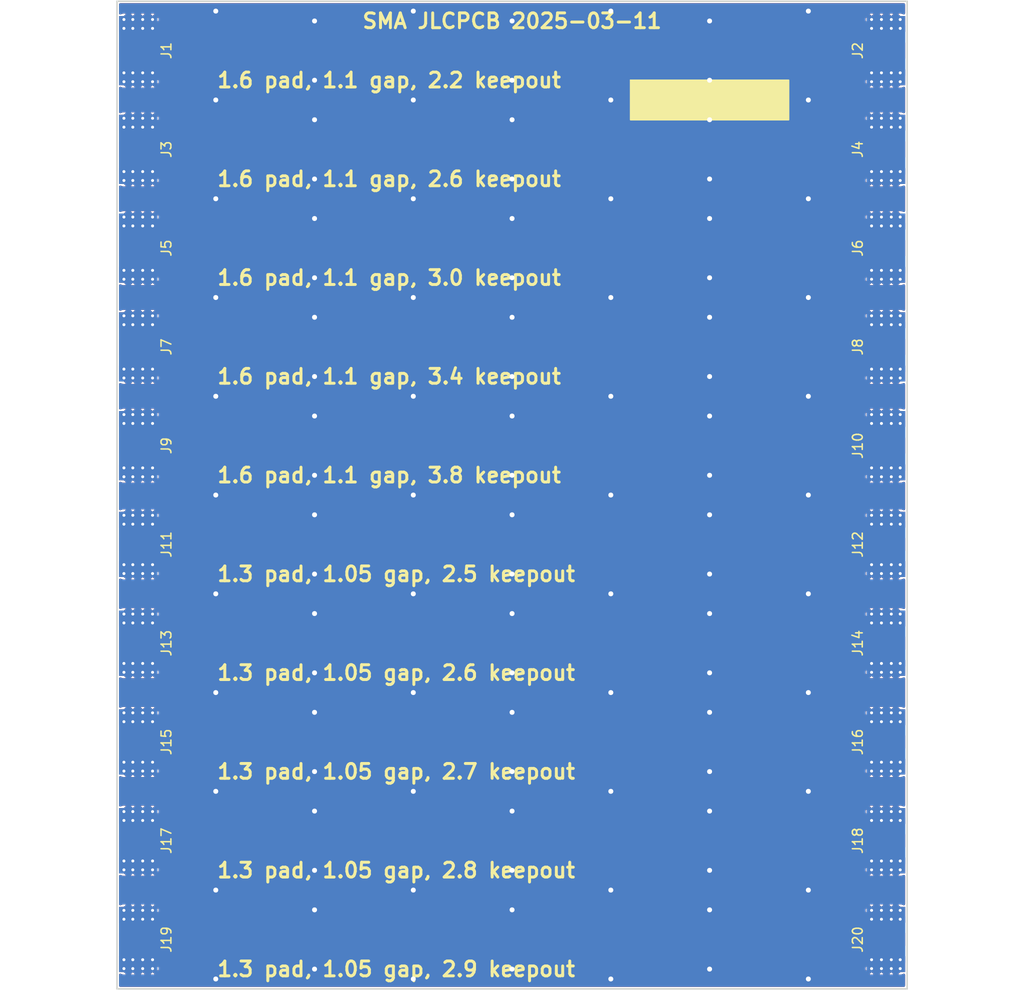
<source format=kicad_pcb>
(kicad_pcb (version 20240108) (generator "pcbnew") (generator_version "8.0")
  (layers (0 "F.Cu" signal) (1 "In1.Cu" power) (2 "In2.Cu" power) (3 "In3.Cu" signal) (4 "In4.Cu" signal) (31 "B.Cu" power) (34 "B.Paste" user) (35 "F.Paste" user) (36 "B.SilkS" user "B.Silkscreen") (37 "F.SilkS" user "F.Silkscreen") (38 "B.Mask" user) (39 "F.Mask" user) (44 "Edge.Cuts" user))
  (net 0 "")
  (net 1 "GND")
  (net 2 "Net-(J1-In)")
  (net 3 "Net-(J3-In)")
  (net 4 "Net-(J5-In)")
  (net 5 "Net-(J7-In)")
  (net 6 "Net-(J10-In)")
  (net 7 "Net-(J11-In)")
  (net 8 "Net-(J13-In)")
  (net 9 "Net-(J15-In)")
  (net 10 "Net-(J17-In)")
  (net 11 "Net-(J19-In)")
  (footprint "sma-variants:SMA-EDGE-1.6mm-pad-1.1mm-gap-3.8mm-keepout" (layer "F.Cu") (at 80 60)
    (property "Reference" "J9")
    (property "Value" "Conn_Coaxial")
  )
  (footprint "sma-variants:SMA-EDGE-1.6mm-pad-1.1mm-gap-3.8mm-keepout" (layer "F.Cu") (at 160 60 180)
    (property "Reference" "J10")
    (property "Value" "Conn_Coaxial")
  )
  (footprint "sma-variants:SMA-EDGE-1.6mm-pad-1.1mm-gap-3.4mm-keepout" (layer "F.Cu") (at 160 50 180)
    (property "Reference" "J8")
    (property "Value" "Conn_Coaxial")
  )
  (footprint "sma-variants:SMA-EDGE-1.6mm-pad-1.1mm-gap-3.4mm-keepout" (layer "F.Cu") (at 80 50)
    (property "Reference" "J7")
    (property "Value" "Conn_Coaxial")
  )
  (footprint "sma-variants:SMA-EDGE-1.6mm-pad-1.1mm-gap-2.6mm-keepout" (layer "F.Cu") (at 80 30)
    (property "Reference" "J3")
    (property "Value" "Conn_Coaxial")
  )
  (footprint "sma-variants:SMA-EDGE-1.6mm-pad-1.1mm-gap-2.6mm-keepout" (layer "F.Cu") (at 160 30 180)
    (property "Reference" "J4")
    (property "Value" "Conn_Coaxial")
  )
  (footprint "sma-variants:SMA-EDGE-1.6mm-pad-1.1mm-gap-3.0mm-keepout" (layer "F.Cu") (at 80 40)
    (property "Reference" "J5")
    (property "Value" "Conn_Coaxial")
  )
  (footprint "sma-variants:SMA-EDGE-1.6mm-pad-1.1mm-gap-2.2mm-keepout" (layer "F.Cu") (at 160 20 180)
    (property "Reference" "J2")
    (property "Value" "Conn_Coaxial")
  )
  (footprint "sma-variants:SMA-EDGE-1.3mm-pad-1.05mm-gap-2.7mm-keepout" (layer "F.Cu") (at 80 90)
    (property "Reference" "J15")
    (property "Value" "Conn_Coaxial")
  )
  (footprint "sma-variants:SMA-EDGE-1.3mm-pad-1.05mm-gap-2.8mm-keepout" (layer "F.Cu") (at 80 100)
    (property "Reference" "J17")
    (property "Value" "Conn_Coaxial")
  )
  (footprint "sma-variants:SMA-EDGE-1.3mm-pad-1.05mm-gap-2.6mm-keepout" (layer "F.Cu") (at 80 80)
    (property "Reference" "J13")
    (property "Value" "Conn_Coaxial")
  )
  (footprint "sma-variants:SMA-EDGE-1.3mm-pad-1.05mm-gap-2.8mm-keepout" (layer "F.Cu") (at 160 100 180)
    (property "Reference" "J18")
    (property "Value" "Conn_Coaxial")
  )
  (footprint "sma-variants:SMA-EDGE-1.3mm-pad-1.05mm-gap-2.5mm-keepout" (layer "F.Cu") (at 80 70)
    (property "Reference" "J11")
    (property "Value" "Conn_Coaxial")
  )
  (footprint "sma-variants:SMA-EDGE-1.6mm-pad-1.1mm-gap-3.0mm-keepout" (layer "F.Cu") (at 160 40 180)
    (property "Reference" "J6")
    (property "Value" "Conn_Coaxial")
  )
  (footprint "sma-variants:SMA-EDGE-1.3mm-pad-1.05mm-gap-2.7mm-keepout" (layer "F.Cu") (at 160 90 180)
    (property "Reference" "J16")
    (property "Value" "Conn_Coaxial")
  )
  (footprint "sma-variants:SMA-EDGE-1.3mm-pad-1.05mm-gap-2.5mm-keepout" (layer "F.Cu") (at 160 70 180)
    (property "Reference" "J12")
    (property "Value" "Conn_Coaxial")
  )
  (footprint "sma-variants:SMA-EDGE-1.3mm-pad-1.05mm-gap-2.9mm-keepout" (layer "F.Cu") (at 80 110)
    (property "Reference" "J19")
    (property "Value" "Conn_Coaxial")
  )
  (footprint "sma-variants:SMA-EDGE-1.3mm-pad-1.05mm-gap-2.6mm-keepout" (layer "F.Cu") (at 160 80 180)
    (property "Reference" "J14")
    (property "Value" "Conn_Coaxial")
  )
  (footprint "sma-variants:SMA-EDGE-1.6mm-pad-1.1mm-gap-2.2mm-keepout" (layer "F.Cu") (at 80 20)
    (property "Reference" "J1")
    (property "Value" "Conn_Coaxial")
  )
  (footprint "sma-variants:SMA-EDGE-1.3mm-pad-1.05mm-gap-2.9mm-keepout" (layer "F.Cu") (at 160 110 180)
    (property "Reference" "J20")
    (property "Value" "Conn_Coaxial")
  )
  (gr_rect (start 132 23) (end 148 27) (stroke (width 0.15)) (fill solid) (layer "F.SilkS"))
  (gr_line (start 80 15) (end 80 115) (stroke (width 0.15)) (layer "Edge.Cuts"))
  (gr_line (start 160 115) (end 160 15) (stroke (width 0.15)) (layer "Edge.Cuts"))
  (gr_line (start 80 115) (end 160 115) (stroke (width 0.15)) (layer "Edge.Cuts"))
  (gr_line (start 160 15) (end 80 15) (stroke (width 0.15)) (layer "Edge.Cuts"))
  (gr_text "SMA JLCPCB 2025-03-11" (at 120 17 0) (layer "F.SilkS") (effects (font (size 1.5 1.5) (thickness 0.3))))
  (gr_text "1.3 pad, 1.05 gap, 2.5 keepout" (at 90 73 0) (layer "F.SilkS") (effects (font (size 1.5 1.5) (thickness 0.3)) (justify left)))
  (gr_text "1.6 pad, 1.1 gap, 3.8 keepout" (at 90 63 0) (layer "F.SilkS") (effects (font (size 1.5 1.5) (thickness 0.3)) (justify left)))
  (gr_text "1.6 pad, 1.1 gap, 3.4 keepout" (at 90 53 0) (layer "F.SilkS") (effects (font (size 1.5 1.5) (thickness 0.3)) (justify left)))
  (gr_text "1.6 pad, 1.1 gap, 3.0 keepout" (at 90 43 0) (layer "F.SilkS") (effects (font (size 1.5 1.5) (thickness 0.3)) (justify left)))
  (gr_text "1.6 pad, 1.1 gap, 2.2 keepout" (at 90 23 0) (layer "F.SilkS") (effects (font (size 1.5 1.5) (thickness 0.3)) (justify left)))
  (gr_text "1.3 pad, 1.05 gap, 2.9 keepout" (at 90 113 0) (layer "F.SilkS") (effects (font (size 1.5 1.5) (thickness 0.3)) (justify left)))
  (gr_text "1.3 pad, 1.05 gap, 2.7 keepout" (at 90 93 0) (layer "F.SilkS") (effects (font (size 1.5 1.5) (thickness 0.3)) (justify left)))
  (gr_text "1.6 pad, 1.1 gap, 2.6 keepout" (at 90 33 0) (layer "F.SilkS") (effects (font (size 1.5 1.5) (thickness 0.3)) (justify left)))
  (gr_text "1.3 pad, 1.05 gap, 2.8 keepout" (at 90 103 0) (layer "F.SilkS") (effects (font (size 1.5 1.5) (thickness 0.3)) (justify left)))
  (gr_text "1.3 pad, 1.05 gap, 2.6 keepout" (at 90 83 0) (layer "F.SilkS") (effects (font (size 1.5 1.5) (thickness 0.3)) (justify left)))
  (via (at 90 55) (size 0.8) (drill 0.5) (layers "F.Cu" "B.Cu") (net 1))
  (via (at 120 83) (size 0.8) (drill 0.5) (layers "F.Cu" "B.Cu") (net 1))
  (via (at 120 43) (size 0.8) (drill 0.5) (layers "F.Cu" "B.Cu") (net 1))
  (via (at 110 55) (size 0.8) (drill 0.5) (layers "F.Cu" "B.Cu") (net 1))
  (via (at 100 17) (size 0.8) (drill 0.5) (layers "F.Cu" "B.Cu") (net 1))
  (via (at 100 73) (size 0.8) (drill 0.5) (layers "F.Cu" "B.Cu") (net 1))
  (via (at 100 67) (size 0.8) (drill 0.5) (layers "F.Cu" "B.Cu") (net 1))
  (via (at 90 45) (size 0.8) (drill 0.5) (layers "F.Cu" "B.Cu") (net 1))
  (via (at 100 63) (size 0.8) (drill 0.5) (layers "F.Cu" "B.Cu") (net 1))
  (via (at 100 97) (size 0.8) (drill 0.5) (layers "F.Cu" "B.Cu") (net 1))
  (via (at 110 35) (size 0.8) (drill 0.5) (layers "F.Cu" "B.Cu") (net 1))
  (via (at 90 85) (size 0.8) (drill 0.5) (layers "F.Cu" "B.Cu") (net 1))
  (via (at 120 63) (size 0.8) (drill 0.5) (layers "F.Cu" "B.Cu") (net 1))
  (via (at 140 77) (size 0.8) (drill 0.5) (layers "F.Cu" "B.Cu") (net 1))
  (via (at 110 95) (size 0.8) (drill 0.5) (layers "F.Cu" "B.Cu") (net 1))
  (via (at 130 85) (size 0.8) (drill 0.5) (layers "F.Cu" "B.Cu") (net 1))
  (via (at 140 57) (size 0.8) (drill 0.5) (layers "F.Cu" "B.Cu") (net 1))
  (via (at 120 17) (size 0.8) (drill 0.5) (layers "F.Cu" "B.Cu") (net 1))
  (via (at 90 25) (size 0.8) (drill 0.5) (layers "F.Cu" "B.Cu") (net 1))
  (via (at 150 16) (size 0.8) (drill 0.5) (layers "F.Cu" "B.Cu") (net 1))
  (via (at 100 113) (size 0.8) (drill 0.5) (layers "F.Cu" "B.Cu") (net 1))
  (via (at 120 77) (size 0.8) (drill 0.5) (layers "F.Cu" "B.Cu") (net 1))
  (via (at 100 27) (size 0.8) (drill 0.5) (layers "F.Cu" "B.Cu") (net 1))
  (via (at 120 27) (size 0.8) (drill 0.5) (layers "F.Cu" "B.Cu") (net 1))
  (via (at 100 33) (size 0.8) (drill 0.5) (layers "F.Cu" "B.Cu") (net 1))
  (via (at 140 73) (size 0.8) (drill 0.5) (layers "F.Cu" "B.Cu") (net 1))
  (via (at 140 33) (size 0.8) (drill 0.5) (layers "F.Cu" "B.Cu") (net 1))
  (via (at 120 47) (size 0.8) (drill 0.5) (layers "F.Cu" "B.Cu") (net 1))
  (via (at 150 65) (size 0.8) (drill 0.5) (layers "F.Cu" "B.Cu") (net 1))
  (via (at 100 43) (size 0.8) (drill 0.5) (layers "F.Cu" "B.Cu") (net 1))
  (via (at 150 25) (size 0.8) (drill 0.5) (layers "F.Cu" "B.Cu") (net 1))
  (via (at 150 95) (size 0.8) (drill 0.5) (layers "F.Cu" "B.Cu") (net 1))
  (via (at 140 97) (size 0.8) (drill 0.5) (layers "F.Cu" "B.Cu") (net 1))
  (via (at 90 16) (size 0.8) (drill 0.5) (layers "F.Cu" "B.Cu") (net 1))
  (via (at 140 53) (size 0.8) (drill 0.5) (layers "F.Cu" "B.Cu") (net 1))
  (via (at 120 67) (size 0.8) (drill 0.5) (layers "F.Cu" "B.Cu") (net 1))
  (via (at 90 35) (size 0.8) (drill 0.5) (layers "F.Cu" "B.Cu") (net 1))
  (via (at 140 93) (size 0.8) (drill 0.5) (layers "F.Cu" "B.Cu") (net 1))
  (via (at 120 57) (size 0.8) (drill 0.5) (layers "F.Cu" "B.Cu") (net 1))
  (via (at 120 33) (size 0.8) (drill 0.5) (layers "F.Cu" "B.Cu") (net 1))
  (via (at 130 25) (size 0.8) (drill 0.5) (layers "F.Cu" "B.Cu") (net 1))
  (via (at 120 73) (size 0.8) (drill 0.5) (layers "F.Cu" "B.Cu") (net 1))
  (via (at 110 65) (size 0.8) (drill 0.5) (layers "F.Cu" "B.Cu") (net 1))
  (via (at 110 16) (size 0.8) (drill 0.5) (layers "F.Cu" "B.Cu") (net 1))
  (via (at 130 105) (size 0.8) (drill 0.5) (layers "F.Cu" "B.Cu") (net 1))
  (via (at 130 16) (size 0.8) (drill 0.5) (layers "F.Cu" "B.Cu") (net 1))
  (via (at 150 105) (size 0.8) (drill 0.5) (layers "F.Cu" "B.Cu") (net 1))
  (via (at 100 93) (size 0.8) (drill 0.5) (layers "F.Cu" "B.Cu") (net 1))
  (via (at 130 35) (size 0.8) (drill 0.5) (layers "F.Cu" "B.Cu") (net 1))
  (via (at 120 103) (size 0.8) (drill 0.5) (layers "F.Cu" "B.Cu") (net 1))
  (via (at 140 37) (size 0.8) (drill 0.5) (layers "F.Cu" "B.Cu") (net 1))
  (via (at 120 107) (size 0.8) (drill 0.5) (layers "F.Cu" "B.Cu") (net 1))
  (via (at 120 23) (size 0.8) (drill 0.5) (layers "F.Cu" "B.Cu") (net 1))
  (via (at 100 103) (size 0.8) (drill 0.5) (layers "F.Cu" "B.Cu") (net 1))
  (via (at 140 103) (size 0.8) (drill 0.5) (layers "F.Cu" "B.Cu") (net 1))
  (via (at 110 45) (size 0.8) (drill 0.5) (layers "F.Cu" "B.Cu") (net 1))
  (via (at 140 27) (size 0.8) (drill 0.5) (layers "F.Cu" "B.Cu") (net 1))
  (via (at 120 93) (size 0.8) (drill 0.5) (layers "F.Cu" "B.Cu") (net 1))
  (via (at 100 37) (size 0.8) (drill 0.5) (layers "F.Cu" "B.Cu") (net 1))
  (via (at 100 107) (size 0.8) (drill 0.5) (layers "F.Cu" "B.Cu") (net 1))
  (via (at 130 45) (size 0.8) (drill 0.5) (layers "F.Cu" "B.Cu") (net 1))
  (via (at 130 65) (size 0.8) (drill 0.5) (layers "F.Cu" "B.Cu") (net 1))
  (via (at 120 97) (size 0.8) (drill 0.5) (layers "F.Cu" "B.Cu") (net 1))
  (via (at 130 75) (size 0.8) (drill 0.5) (layers "F.Cu" "B.Cu") (net 1))
  (via (at 100 87) (size 0.8) (drill 0.5) (layers "F.Cu" "B.Cu") (net 1))
  (via (at 140 87) (size 0.8) (drill 0.5) (layers "F.Cu" "B.Cu") (net 1))
  (via (at 110 25) (size 0.8) (drill 0.5) (layers "F.Cu" "B.Cu") (net 1))
  (via (at 90 114) (size 0.8) (drill 0.5) (layers "F.Cu" "B.Cu") (net 1))
  (via (at 120 113) (size 0.8) (drill 0.5) (layers "F.Cu" "B.Cu") (net 1))
  (via (at 130 114) (size 0.8) (drill 0.5) (layers "F.Cu" "B.Cu") (net 1))
  (via (at 100 83) (size 0.8) (drill 0.5) (layers "F.Cu" "B.Cu") (net 1))
  (via (at 140 107) (size 0.8) (drill 0.5) (layers "F.Cu" "B.Cu") (net 1))
  (via (at 130 55) (size 0.8) (drill 0.5) (layers "F.Cu" "B.Cu") (net 1))
  (via (at 140 67) (size 0.8) (drill 0.5) (layers "F.Cu" "B.Cu") (net 1))
  (via (at 110 114) (size 0.8) (drill 0.5) (layers "F.Cu" "B.Cu") (net 1))
  (via (at 140 17) (size 0.8) (drill 0.5) (layers "F.Cu" "B.Cu") (net 1))
  (via (at 90 105) (size 0.8) (drill 0.5) (layers "F.Cu" "B.Cu") (net 1))
  (via (at 120 37) (size 0.8) (drill 0.5) (layers "F.Cu" "B.Cu") (net 1))
  (via (at 100 47) (size 0.8) (drill 0.5) (layers "F.Cu" "B.Cu") (net 1))
  (via (at 120 53) (size 0.8) (drill 0.5) (layers "F.Cu" "B.Cu") (net 1))
  (via (at 100 23) (size 0.8) (drill 0.5) (layers "F.Cu" "B.Cu") (net 1))
  (via (at 140 83) (size 0.8) (drill 0.5) (layers "F.Cu" "B.Cu") (net 1))
  (via (at 110 105) (size 0.8) (drill 0.5) (layers "F.Cu" "B.Cu") (net 1))
  (via (at 100 57) (size 0.8) (drill 0.5) (layers "F.Cu" "B.Cu") (net 1))
  (via (at 100 77) (size 0.8) (drill 0.5) (layers "F.Cu" "B.Cu") (net 1))
  (via (at 140 63) (size 0.8) (drill 0.5) (layers "F.Cu" "B.Cu") (net 1))
  (via (at 150 114) (size 0.8) (drill 0.5) (layers "F.Cu" "B.Cu") (net 1))
  (via (at 90 75) (size 0.8) (drill 0.5) (layers "F.Cu" "B.Cu") (net 1))
  (via (at 140 43) (size 0.8) (drill 0.5) (layers "F.Cu" "B.Cu") (net 1))
  (via (at 150 35) (size 0.8) (drill 0.5) (layers "F.Cu" "B.Cu") (net 1))
  (via (at 100 53) (size 0.8) (drill 0.5) (layers "F.Cu" "B.Cu") (net 1))
  (via (at 110 75) (size 0.8) (drill 0.5) (layers "F.Cu" "B.Cu") (net 1))
  (via (at 140 113) (size 0.8) (drill 0.5) (layers "F.Cu" "B.Cu") (net 1))
  (via (at 110 85) (size 0.8) (drill 0.5) (layers "F.Cu" "B.Cu") (net 1))
  (via (at 120 87) (size 0.8) (drill 0.5) (layers "F.Cu" "B.Cu") (net 1))
  (via (at 150 55) (size 0.8) (drill 0.5) (layers "F.Cu" "B.Cu") (net 1))
  (via (at 150 75) (size 0.8) (drill 0.5) (layers "F.Cu" "B.Cu") (net 1))
  (via (at 150 45) (size 0.8) (drill 0.5) (layers "F.Cu" "B.Cu") (net 1))
  (via (at 130 95) (size 0.8) (drill 0.5) (layers "F.Cu" "B.Cu") (net 1))
  (via (at 140 47) (size 0.8) (drill 0.5) (layers "F.Cu" "B.Cu") (net 1))
  (via (at 140 23) (size 0.8) (drill 0.5) (layers "F.Cu" "B.Cu") (net 1))
  (via (at 90 95) (size 0.8) (drill 0.5) (layers "F.Cu" "B.Cu") (net 1))
  (via (at 90 65) (size 0.8) (drill 0.5) (layers "F.Cu" "B.Cu") (net 1))
  (via (at 150 85) (size 0.8) (drill 0.5) (layers "F.Cu" "B.Cu") (net 1))
  (segment (start 82.095 20) (end 157.905 20) (width 0.36576) (layer "F.Cu") (net 2))
  (segment (start 82.095 30) (end 157.905 30) (width 0.36576) (layer "F.Cu") (net 3))
  (segment (start 82.095 40) (end 157.905 40) (width 0.36576) (layer "F.Cu") (net 4))
  (segment (start 82.095 50) (end 157.905 50) (width 0.36576) (layer "F.Cu") (net 5))
  (segment (start 82.095 60) (end 157.905 60) (width 0.36576) (layer "F.Cu") (net 6))
  (segment (start 82.095 70) (end 157.905 70) (width 0.36576) (layer "F.Cu") (net 7))
  (segment (start 82.132 80) (end 157.868 80) (width 0.36576) (layer "F.Cu") (net 8))
  (segment (start 157.85 90) (end 82.15 90) (width 0.36576) (layer "F.Cu") (net 9))
  (segment (start 82.15 100) (end 157.85 100) (width 0.36576) (layer "F.Cu") (net 10))
  (segment (start 82.15 110) (end 157.85 110) (width 0.36576) (layer "F.Cu") (net 11))
  (zone (net 1) (net_name "GND") (layers "F.Cu" "In1.Cu" "In2.Cu" "In3.Cu" "In4.Cu" "B.Cu") (connect_pads thru_hole_only (clearance 2)) (min_thickness 0.254) (fill yes (thermal_gap 0.25) (thermal_bridge_width 0.508))
    (polygon (pts (xy 160 115) (xy 80 115) (xy 80 15) (xy 160 15)))
  )
)
</source>
